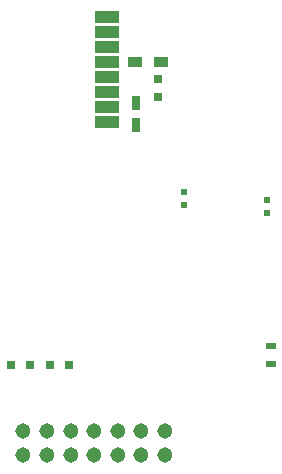
<source format=gtp>
G04 #@! TF.FileFunction,Paste,Top*
%FSLAX46Y46*%
G04 Gerber Fmt 4.6, Leading zero omitted, Abs format (unit mm)*
G04 Created by KiCad (PCBNEW 4.0.6) date 08/27/17 10:57:48*
%MOMM*%
%LPD*%
G01*
G04 APERTURE LIST*
%ADD10C,0.100000*%
%ADD11R,2.000000X1.000000*%
%ADD12R,0.750000X1.200000*%
%ADD13R,1.200000X0.900000*%
%ADD14R,0.800000X0.800000*%
%ADD15R,0.500000X0.600000*%
%ADD16C,1.305560*%
%ADD17R,0.900000X0.500000*%
G04 APERTURE END LIST*
D10*
D11*
X154089600Y-94273200D03*
X154089600Y-93003200D03*
X154089600Y-91733200D03*
X154089600Y-90463200D03*
X154089600Y-89193200D03*
X154089600Y-87923200D03*
X154089600Y-86653200D03*
X154089600Y-85383200D03*
D12*
X156464000Y-92631600D03*
X156464000Y-94531600D03*
D13*
X158630800Y-89162000D03*
X156430800Y-89162000D03*
D14*
X145961200Y-114816000D03*
X147561200Y-114816000D03*
X149263200Y-114816000D03*
X150863200Y-114816000D03*
X158343600Y-90597200D03*
X158343600Y-92197200D03*
D15*
X167589200Y-101954800D03*
X167589200Y-100854800D03*
D16*
X146970000Y-120470000D03*
X146970000Y-122468980D03*
X148968980Y-120470000D03*
X148968980Y-122468980D03*
X150967960Y-120470000D03*
X150967960Y-122468980D03*
X152969480Y-120470000D03*
X152969480Y-122468980D03*
X154968460Y-120470000D03*
X154968460Y-122468980D03*
X156969980Y-120470000D03*
X156969980Y-122468980D03*
X158968960Y-120470000D03*
X158968960Y-122468980D03*
D15*
X160604200Y-101294400D03*
X160604200Y-100194400D03*
D17*
X167894000Y-113253200D03*
X167894000Y-114753200D03*
M02*

</source>
